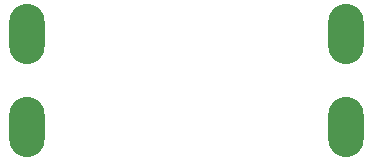
<source format=gbs>
G04 #@! TF.GenerationSoftware,KiCad,Pcbnew,(6.0.10)*
G04 #@! TF.CreationDate,2023-03-12T23:34:18-05:00*
G04 #@! TF.ProjectId,ReverseVoltageProtection_Breakout,52657665-7273-4655-966f-6c7461676550,rev?*
G04 #@! TF.SameCoordinates,Original*
G04 #@! TF.FileFunction,Soldermask,Bot*
G04 #@! TF.FilePolarity,Negative*
%FSLAX46Y46*%
G04 Gerber Fmt 4.6, Leading zero omitted, Abs format (unit mm)*
G04 Created by KiCad (PCBNEW (6.0.10)) date 2023-03-12 23:34:18*
%MOMM*%
%LPD*%
G01*
G04 APERTURE LIST*
%ADD10O,3.000000X5.100000*%
G04 APERTURE END LIST*
D10*
X114554000Y-117560000D03*
X114554000Y-109686000D03*
X87503000Y-117560000D03*
X87503000Y-109686000D03*
M02*

</source>
